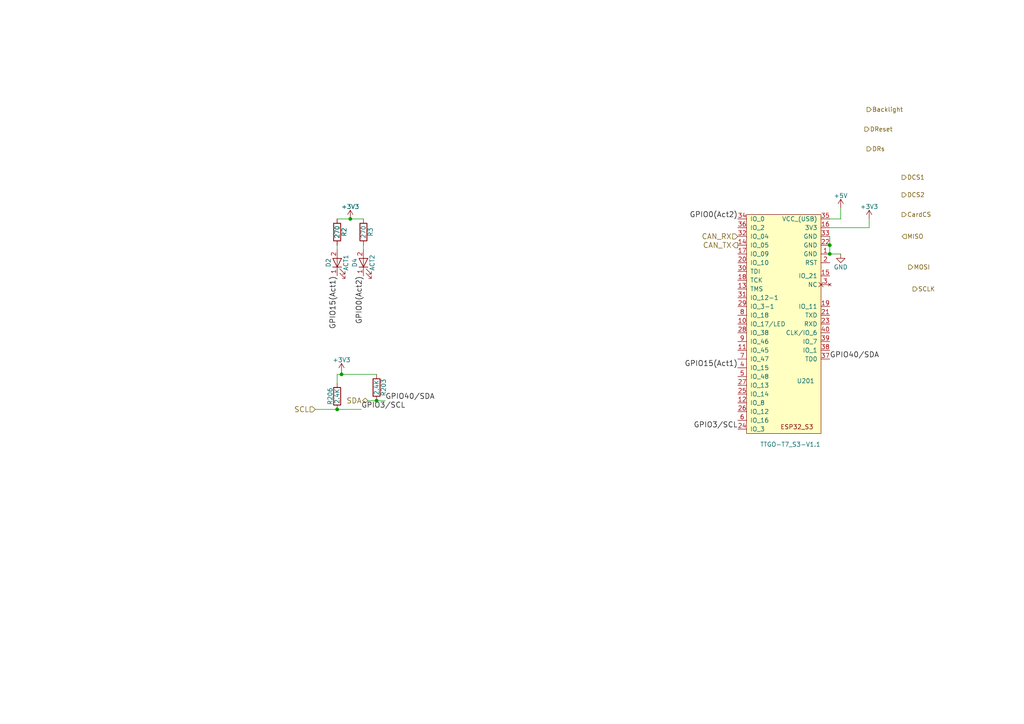
<source format=kicad_sch>
(kicad_sch (version 20211123) (generator eeschema)
  (paper "A4")
  (lib_symbols
    (symbol "ESP32-T7S3-MultiFunctionUniversalTurnout-rescue:+3.3V" (power) (pin_names (offset 0))
      (property "Value" "+3.3V" (at 0 3.556 0))
      (symbol "+3.3V_0_1"
        (polyline (pts (xy -0.762 1.27) (xy 0 2.54)))
        (polyline (pts (xy 0 0) (xy 0 2.54)))
        (polyline (pts (xy 0 2.54) (xy 0.762 1.27)))
      )
      (symbol "+3.3V_1_1"
        (pin power_in line (at 0 0 90) (length 0) hide (name "+3V3") (number "1"))
      )
    )
    (symbol "ESP32-T7S3-MultiFunctionUniversalTurnout-rescue:+3V3" (power) (pin_names (offset 0))
      (property "Value" "+3V3" (at 0 3.556 0))
      (symbol "+3V3_0_1"
        (polyline (pts (xy -0.762 1.27) (xy 0 2.54)))
        (polyline (pts (xy 0 0) (xy 0 2.54)))
        (polyline (pts (xy 0 2.54) (xy 0.762 1.27)))
      )
      (symbol "+3V3_1_1"
        (pin power_in line (at 0 0 90) (length 0) hide (name "+3V3") (number "1"))
      )
    )
    (symbol "ESP32-T7S3-MultiFunctionUniversalTurnout-rescue:+5V" (power) (pin_names (offset 0))
      (property "Value" "+5V" (at 0 3.556 0))
      (symbol "+5V_0_1"
        (polyline (pts (xy -0.762 1.27) (xy 0 2.54)))
        (polyline (pts (xy 0 0) (xy 0 2.54)))
        (polyline (pts (xy 0 2.54) (xy 0.762 1.27)))
      )
      (symbol "+5V_1_1"
        (pin power_in line (at 0 0 90) (length 0) hide (name "+5V") (number "1"))
      )
    )
    (symbol "ESP32-T7S3-MultiFunctionUniversalTurnout-rescue:GND" (power) (pin_names (offset 0))
      (property "Value" "GND" (at 0 -3.81 0))
      (symbol "GND_0_1"
        (polyline (pts (xy 0 0) (xy 0 -1.27) (xy 1.27 -1.27) (xy 0 -2.54) (xy -1.27 -1.27) (xy 0 -1.27)))
      )
      (symbol "GND_1_1"
        (pin power_in line (at 0 0 270) (length 0) hide (name "GND") (number "1"))
      )
    )
    (symbol "ESP32-T7S3-MultiFunctionUniversalTurnout-rescue:LED" (pin_names (offset 1.016) hide)
      (property "Reference" "D" (at 0 2.54 0))
      (property "Value" "LED" (at 0 -2.54 0))
      (symbol "LED_0_1"
        (polyline (pts (xy -1.27 -1.27) (xy -1.27 1.27)) (stroke (width 0.2032)))
        (polyline (pts (xy -1.27 0) (xy 1.27 0)))
        (polyline (pts (xy 1.27 -1.27) (xy 1.27 1.27) (xy -1.27 0) (xy 1.27 -1.27)) (stroke (width 0.2032)))
        (polyline (pts (xy -3.048 -0.762) (xy -4.572 -2.286) (xy -3.81 -2.286) (xy -4.572 -2.286) (xy -4.572 -1.524)))
        (polyline (pts (xy -1.778 -0.762) (xy -3.302 -2.286) (xy -2.54 -2.286) (xy -3.302 -2.286) (xy -3.302 -1.524)))
      )
      (symbol "LED_1_1"
        (pin passive line (at -3.81 0 0) (length 2.54) (name "K") (number "1"))
        (pin passive line (at 3.81 0 180) (length 2.54) (name "A") (number "2"))
      )
    )
    (symbol "ESP32-T7S3-MultiFunctionUniversalTurnout-rescue:R" (pin_numbers hide) (pin_names (offset 0))
      (property "Reference" "R" (at 2.032 0 90))
      (property "Value" "R" (at 0 0 90))
      (symbol "R_0_1"
        (rectangle (start -1.016 -2.54) (end 1.016 2.54) (stroke (width 0.254)))
      )
      (symbol "R_1_1"
        (pin passive line (at 0 3.81 270) (length 1.27) (name "~") (number "1"))
        (pin passive line (at 0 -3.81 90) (length 1.27) (name "~") (number "2"))
      )
    )
    (symbol "ESP32-T7S3-MultiFunctionUniversalTurnout-rescue:TTGO-T7_S3-V1.1" (pin_names (offset 1.016))
      (property "Reference" "U" (at 6.985 -49.53 0))
      (property "Value" "TTGO-T7_S3-V1.1" (at 2.54 -67.945 0))
      (symbol "TTGO-T7_S3-V1.1_0_0"
        (text "ESP32_S3" (at 4.445 -62.865 0) (effects (font (size 1.27 1.27))))
        (pin power_in line (at 13.97 -12.7 180) (length 2.54) (name "GND") (number "1"))
        (pin input line (at 13.97 -15.24 180) (length 2.54) (name "RST") (number "2"))
        (pin no_connect non_logic (at 13.97 -21.59 180) (length 2.54) (name "NC") (number "3"))
        (pin bidirectional line (at -12.7 -45.72 0) (length 2.54) (name "IO_15") (number "4"))
        (pin bidirectional line (at -12.7 -48.26 0) (length 2.54) (name "IO_48") (number "5"))
      )
      (symbol "TTGO-T7_S3-V1.1_0_1"
        (rectangle (start -10.16 -1.27) (end 11.43 -64.77) (fill (type background)))
      )
      (symbol "TTGO-T7_S3-V1.1_1_1"
        (pin bidirectional line (at -12.7 -33.02 0) (length 2.54) (name "IO_17/LED") (number "10"))
        (pin bidirectional line (at -12.7 -40.64 0) (length 2.54) (name "IO_45") (number "11"))
        (pin bidirectional line (at -12.7 -55.88 0) (length 2.54) (name "IO_8") (number "12"))
        (pin bidirectional line (at -12.7 -22.86 0) (length 2.54) (name "TMS") (number "13"))
        (pin bidirectional line (at -12.7 -10.16 0) (length 2.54) (name "IO_05") (number "14"))
        (pin bidirectional line (at 13.97 -19.05 180) (length 2.54) (name "IO_21") (number "15"))
        (pin power_in line (at 13.97 -5.08 180) (length 2.54) (name "3V3") (number "16"))
        (pin bidirectional line (at -12.7 -12.7 0) (length 2.54) (name "IO_09") (number "17"))
        (pin bidirectional line (at -12.7 -20.32 0) (length 2.54) (name "TCK") (number "18"))
        (pin passive line (at 13.97 -27.94 180) (length 2.54) (name "IO_11") (number "19"))
        (pin bidirectional line (at -12.7 -15.24 0) (length 2.54) (name "IO_10") (number "20"))
        (pin passive line (at 13.97 -30.48 180) (length 2.54) (name "TXD") (number "21"))
        (pin power_in line (at 13.97 -10.16 180) (length 2.54) (name "GND") (number "22"))
        (pin passive line (at 13.97 -33.02 180) (length 2.54) (name "RXD") (number "23"))
        (pin bidirectional line (at -12.7 -63.5 0) (length 2.54) (name "IO_3") (number "24"))
        (pin bidirectional line (at -12.7 -53.34 0) (length 2.54) (name "IO_14") (number "25"))
        (pin bidirectional line (at -12.7 -58.42 0) (length 2.54) (name "IO_12") (number "26"))
        (pin bidirectional line (at -12.7 -50.8 0) (length 2.54) (name "IO_13") (number "27"))
        (pin bidirectional line (at -12.7 -35.56 0) (length 2.54) (name "IO_38") (number "28"))
        (pin bidirectional line (at -12.7 -27.94 0) (length 2.54) (name "IO_3-1") (number "29"))
        (pin bidirectional line (at -12.7 -17.78 0) (length 2.54) (name "TDI") (number "30"))
        (pin bidirectional line (at -12.7 -25.4 0) (length 2.54) (name "IO_12-1") (number "31"))
        (pin bidirectional line (at -12.7 -7.62 0) (length 2.54) (name "IO_04") (number "32"))
        (pin power_in line (at 13.97 -7.62 180) (length 2.54) (name "GND") (number "33"))
        (pin bidirectional line (at -12.7 -2.54 0) (length 2.54) (name "IO_0") (number "34"))
        (pin power_in line (at 13.97 -2.54 180) (length 2.54) (name "VCC_(USB)") (number "35"))
        (pin bidirectional line (at -12.7 -5.08 0) (length 2.54) (name "IO_2") (number "36"))
        (pin passive line (at 13.97 -43.18 180) (length 2.54) (name "TD0") (number "37"))
        (pin passive line (at 13.97 -40.64 180) (length 2.54) (name "IO_1") (number "38"))
        (pin passive line (at 13.97 -38.1 180) (length 2.54) (name "IO_7") (number "39"))
        (pin passive line (at 13.97 -35.56 180) (length 2.54) (name "CLK/IO_6") (number "40"))
        (pin bidirectional line (at -12.7 -60.96 0) (length 2.54) (name "IO_16") (number "6"))
        (pin bidirectional line (at -12.7 -43.18 0) (length 2.54) (name "IO_47") (number "7"))
        (pin bidirectional line (at -12.7 -30.48 0) (length 2.54) (name "IO_18") (number "8"))
        (pin bidirectional line (at -12.7 -38.1 0) (length 2.54) (name "IO_46") (number "9"))
      )
    )
  )
  (junction (at 109.22 116.205))
  (junction (at 101.6 63.5))
  (junction (at 97.79 118.745))
  (junction (at 99.06 108.585))
  (junction (at 240.665 73.66))
  (junction (at 240.665 71.12))
  (wire (pts (xy 106.68 116.205) (xy 109.22 116.205)))
  (wire (pts (xy 243.84 63.5) (xy 240.665 63.5)))
  (wire (pts (xy 240.665 71.12) (xy 240.665 73.66)))
  (wire (pts (xy 101.6 63.5) (xy 105.41 63.5)))
  (wire (pts (xy 97.79 63.5) (xy 101.6 63.5)))
  (wire (pts (xy 97.79 118.745) (xy 104.775 118.745)))
  (wire (pts (xy 243.84 60.325) (xy 243.84 63.5)))
  (wire (pts (xy 105.41 71.12) (xy 105.41 72.39)))
  (wire (pts (xy 252.095 66.04) (xy 252.095 63.5)))
  (wire (pts (xy 97.79 71.12) (xy 97.79 72.39)))
  (wire (pts (xy 91.44 118.745) (xy 97.79 118.745)))
  (wire (pts (xy 109.22 116.205) (xy 111.76 116.205)))
  (wire (pts (xy 97.79 108.585) (xy 99.06 108.585)))
  (wire (pts (xy 240.665 66.04) (xy 252.095 66.04)))
  (wire (pts (xy 240.665 68.58) (xy 240.665 71.12)))
  (wire (pts (xy 99.06 108.585) (xy 109.22 108.585)))
  (wire (pts (xy 97.79 111.125) (xy 97.79 108.585)))
  (wire (pts (xy 99.06 107.95) (xy 99.06 108.585)))
  (wire (pts (xy 240.665 73.66) (xy 243.84 73.66)))
  (label "GPIO0(Act2)" (at 213.995 63.5 180) (effects (font (size 1.524 1.524))))
  (label "GPIO3/SCL" (at 213.995 124.46 180) (effects (font (size 1.524 1.524))))
  (label "GPIO40{slash}SDA" (at 240.665 104.14 0) (effects (font (size 1.524 1.524))))
  (label "GPIO3/SCL" (at 104.775 118.745 0) (effects (font (size 1.524 1.524))))
  (label "GPIO15(Act1)" (at 213.995 106.68 180) (effects (font (size 1.524 1.524))))
  (label "GPIO40{slash}SDA" (at 111.76 116.205 0) (effects (font (size 1.524 1.524))))
  (label "GPIO0(Act2)" (at 105.41 80.01 270) (effects (font (size 1.524 1.524))))
  (label "GPIO15(Act1)" (at 97.79 80.01 270) (effects (font (size 1.524 1.524))))
  (hierarchical_label "DRs" (shape output) (at 251.46 43.18 0))
  (hierarchical_label "SCLK" (shape output) (at 264.795 83.82 0))
  (hierarchical_label "CAN_TX" (shape output) (at 213.995 71.12 180) (effects (font (size 1.524 1.524))))
  (hierarchical_label "DReset" (shape output) (at 250.825 37.465 0))
  (hierarchical_label "MOSI" (shape output) (at 263.525 77.47 0))
  (hierarchical_label "SCL" (shape input) (at 91.44 118.745 180) (effects (font (size 1.524 1.524))))
  (hierarchical_label "SDA" (shape bidirectional) (at 106.68 116.205 180) (effects (font (size 1.524 1.524))))
  (hierarchical_label "CardCS" (shape output) (at 261.62 62.23 0))
  (hierarchical_label "MISO" (shape input) (at 261.62 68.58 0))
  (hierarchical_label "DCS2" (shape output) (at 261.62 56.515 0))
  (hierarchical_label "DCS1" (shape output) (at 261.62 51.435 0))
  (hierarchical_label "Backlight " (shape output) (at 251.46 31.75 0))
  (hierarchical_label "CAN_RX" (shape input) (at 213.995 68.58 180) (effects (font (size 1.524 1.524))))
  (symbol (lib_id "ESP32-T7S3-MultiFunctionUniversalTurnout-rescue:+3.3V") (at 101.6 63.5 0) (unit 1)
    (property "Reference" "#PWR04" (effects hide))
    (property "Value" "+3.3V" (at 101.6 59.944 0))
  )
  (symbol (lib_id "ESP32-T7S3-MultiFunctionUniversalTurnout-rescue:R") (at 109.22 112.395 0) (unit 1)
    (property "Reference" "R203" (at 111.252 112.395 90))
    (property "Value" "2.4K" (at 109.22 112.395 90))
    (property "Footprint" "Resistors_SMD:R_0402" (effects hide))
    (property "Mouser Part Number" "603-RC0402FR-072K4L" (effects hide))
  )
  (symbol (lib_id "ESP32-T7S3-MultiFunctionUniversalTurnout-rescue:R") (at 97.79 114.935 180) (unit 1)
    (property "Reference" "R206" (at 95.758 114.935 90))
    (property "Value" "2.4K" (at 97.79 114.935 90))
    (property "Footprint" "Resistors_SMD:R_0402" (effects hide))
    (property "Mouser Part Number" "603-RC0402FR-072K4L" (effects hide))
  )
  (symbol (lib_id "ESP32-T7S3-MultiFunctionUniversalTurnout-rescue:LED") (at 97.79 76.2 90) (unit 1)
    (property "Reference" "D2" (at 95.25 76.2 0))
    (property "Value" "ACT1" (at 100.33 76.2 0))
    (property "Footprint" "LEDs:LED_0402" (effects hide))
    (property "Mouser Part Number" "710-150040GS73220" (effects hide))
  )
  (symbol (lib_id "ESP32-T7S3-MultiFunctionUniversalTurnout-rescue:R") (at 97.79 67.31 0) (unit 1)
    (property "Reference" "R2" (at 99.822 67.31 90))
    (property "Value" "270" (at 97.79 67.31 90))
    (property "Footprint" "Resistors_SMD:R_0402" (effects hide))
    (property "Mouser Part Number" "754-RR0510P-271D" (effects hide))
  )
  (symbol (lib_id "ESP32-T7S3-MultiFunctionUniversalTurnout-rescue:R") (at 105.41 67.31 0) (unit 1)
    (property "Reference" "R3" (at 107.442 67.31 90))
    (property "Value" "270" (at 105.41 67.31 90))
    (property "Footprint" "Resistors_SMD:R_0402" (effects hide))
    (property "Mouser Part Number" "754-RR0510P-271D" (effects hide))
  )
  (symbol (lib_id "ESP32-T7S3-MultiFunctionUniversalTurnout-rescue:LED") (at 105.41 76.2 90) (unit 1)
    (property "Reference" "D4" (at 102.87 76.2 0))
    (property "Value" "ACT2" (at 107.95 76.2 0))
    (property "Footprint" "LEDs:LED_0402" (effects hide))
    (property "Mouser Part Number" "710-150040SS73220" (effects hide))
  )
  (symbol (lib_id "ESP32-T7S3-MultiFunctionUniversalTurnout-rescue:+3.3V") (at 99.06 107.95 0) (unit 1)
    (property "Reference" "#PWR05" (effects hide))
    (property "Value" "+3.3V" (at 99.06 104.394 0))
  )
  (symbol (lib_id "ESP32-T7S3-MultiFunctionUniversalTurnout-rescue:TTGO-T7_S3-V1.1") (at 226.695 60.96 0) (unit 1)
    (property "Reference" "U201" (at 233.68 110.49 0))
    (property "Value" "TTGO-T7_S3-V1.1" (at 229.235 128.905 0))
    (property "Footprint" "ESP32_mini:ESP32_mini" (effects hide))
  )
  (symbol (lib_id "ESP32-T7S3-MultiFunctionUniversalTurnout-rescue:+5V") (at 243.84 60.325 0) (unit 1)
    (property "Reference" "#PWR06" (effects hide))
    (property "Value" "+5V" (at 243.84 56.769 0))
  )
  (symbol (lib_id "ESP32-T7S3-MultiFunctionUniversalTurnout-rescue:+3V3") (at 252.095 63.5 0) (unit 1)
    (property "Reference" "#PWR07" (effects hide))
    (property "Value" "+3V3" (at 252.095 59.944 0))
  )
  (symbol (lib_id "ESP32-T7S3-MultiFunctionUniversalTurnout-rescue:GND") (at 243.84 73.66 0) (unit 1)
    (property "Reference" "#PWR08" (effects hide))
    (property "Value" "GND" (at 243.84 77.47 0))
  )
)
</source>
